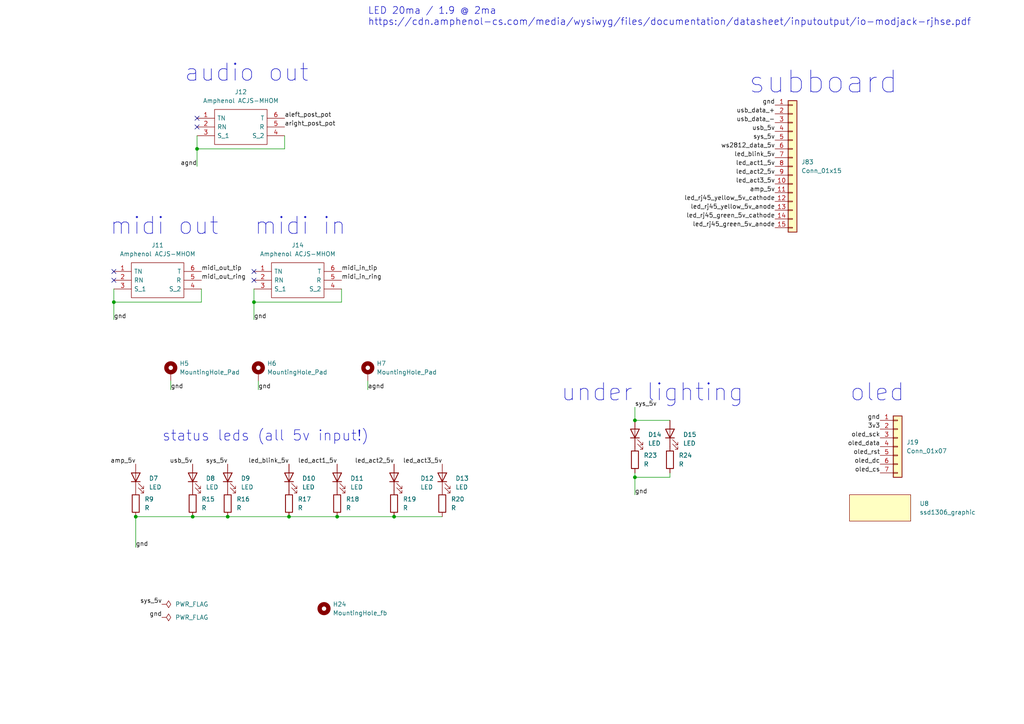
<source format=kicad_sch>
(kicad_sch (version 20211123) (generator eeschema)
  (paper "A4")
  (lib_symbols
    (symbol "Connector:USB_A" (pin_names (offset 1.016))
      (property "Reference" "J" (at -5.08 11.43 0))
      (property "Value" "USB_A" (at -5.08 8.89 0))
      (symbol "USB_A_0_1"
        (rectangle (start -5.08 -7.62) (end 5.08 7.62) (stroke (width 0.254)) (fill (type background)))
        (circle (center -3.81 2.159) (radius 0.635) (stroke (width 0.254)) (fill (type outline)))
        (rectangle (start -1.524 4.826) (end -4.318 5.334) (fill (type outline)))
        (rectangle (start -1.27 4.572) (end -4.572 5.842))
        (circle (center -0.635 3.429) (radius 0.381) (stroke (width 0.254)) (fill (type outline)))
        (rectangle (start -0.127 -7.62) (end 0.127 -6.858))
        (polyline (pts (xy -3.175 2.159) (xy -2.54 2.159) (xy -1.27 3.429) (xy -0.635 3.429)) (stroke (width 0.254)))
        (polyline (pts (xy -2.54 2.159) (xy -1.905 2.159) (xy -1.27 0.889) (xy 0 0.889)) (stroke (width 0.254)))
        (polyline (pts (xy 0.635 2.794) (xy 0.635 1.524) (xy 1.905 2.159) (xy 0.635 2.794)) (stroke (width 0.254)) (fill (type outline)))
        (rectangle (start 0.254 1.27) (end -0.508 0.508) (stroke (width 0.254)) (fill (type outline)))
        (rectangle (start 5.08 -2.667) (end 4.318 -2.413))
        (rectangle (start 5.08 -0.127) (end 4.318 0.127))
        (rectangle (start 5.08 4.953) (end 4.318 5.207))
      )
      (symbol "USB_A_1_1"
        (polyline (pts (xy -1.905 2.159) (xy 0.635 2.159)) (stroke (width 0.254)))
        (pin power_in line (at 7.62 5.08 180) (length 2.54) (name "VBUS") (number "1"))
        (pin bidirectional line (at 7.62 -2.54 180) (length 2.54) (name "D-") (number "2"))
        (pin bidirectional line (at 7.62 0 180) (length 2.54) (name "D+") (number "3"))
        (pin power_in line (at 0 -10.16 90) (length 2.54) (name "GND") (number "4"))
        (pin passive line (at -2.54 -10.16 90) (length 2.54) (name "Shield") (number "5"))
      )
    )
    (symbol "Connector_Generic:Conn_01x02" (pin_names (offset 1.016) hide)
      (property "Reference" "J" (at 0 2.54 0))
      (property "Value" "Conn_01x02" (at 0 -5.08 0))
      (symbol "Conn_01x02_1_1"
        (rectangle (start -1.27 -2.413) (end 0 -2.667) (stroke (width 0.1524)))
        (rectangle (start -1.27 0.127) (end 0 -0.127) (stroke (width 0.1524)))
        (rectangle (start -1.27 1.27) (end 1.27 -3.81) (stroke (width 0.254)) (fill (type background)))
        (pin passive line (at -5.08 0 0) (length 3.81) (name "Pin_1") (number "1"))
        (pin passive line (at -5.08 -2.54 0) (length 3.81) (name "Pin_2") (number "2"))
      )
    )
    (symbol "Connector_Generic:Conn_01x03" (pin_names (offset 1.016) hide)
      (property "Reference" "J" (at 0 5.08 0))
      (property "Value" "Conn_01x03" (at 0 -5.08 0))
      (symbol "Conn_01x03_1_1"
        (rectangle (start -1.27 -2.413) (end 0 -2.667) (stroke (width 0.1524)))
        (rectangle (start -1.27 0.127) (end 0 -0.127) (stroke (width 0.1524)))
        (rectangle (start -1.27 2.667) (end 0 2.413) (stroke (width 0.1524)))
        (rectangle (start -1.27 3.81) (end 1.27 -3.81) (stroke (width 0.254)) (fill (type background)))
        (pin passive line (at -5.08 2.54 0) (length 3.81) (name "Pin_1") (number "1"))
        (pin passive line (at -5.08 0 0) (length 3.81) (name "Pin_2") (number "2"))
        (pin passive line (at -5.08 -2.54 0) (length 3.81) (name "Pin_3") (number "3"))
      )
    )
    (symbol "Connector_Generic:Conn_01x04" (pin_names (offset 1.016) hide)
      (property "Reference" "J" (at 0 5.08 0))
      (property "Value" "Conn_01x04" (at 0 -7.62 0))
      (symbol "Conn_01x04_1_1"
        (rectangle (start -1.27 -4.953) (end 0 -5.207) (stroke (width 0.1524)))
        (rectangle (start -1.27 -2.413) (end 0 -2.667) (stroke (width 0.1524)))
        (rectangle (start -1.27 0.127) (end 0 -0.127) (stroke (width 0.1524)))
        (rectangle (start -1.27 2.667) (end 0 2.413) (stroke (width 0.1524)))
        (rectangle (start -1.27 3.81) (end 1.27 -6.35) (stroke (width 0.254)) (fill (type background)))
        (pin passive line (at -5.08 2.54 0) (length 3.81) (name "Pin_1") (number "1"))
        (pin passive line (at -5.08 0 0) (length 3.81) (name "Pin_2") (number "2"))
        (pin passive line (at -5.08 -2.54 0) (length 3.81) (name "Pin_3") (number "3"))
        (pin passive line (at -5.08 -5.08 0) (length 3.81) (name "Pin_4") (number "4"))
      )
    )
    (symbol "Connector_Generic:Conn_01x06" (pin_names (offset 1.016) hide)
      (property "Reference" "J" (at 0 7.62 0))
      (property "Value" "Conn_01x06" (at 0 -10.16 0))
      (symbol "Conn_01x06_1_1"
        (rectangle (start -1.27 -7.493) (end 0 -7.747) (stroke (width 0.1524)))
        (rectangle (start -1.27 -4.953) (end 0 -5.207) (stroke (width 0.1524)))
        (rectangle (start -1.27 -2.413) (end 0 -2.667) (stroke (width 0.1524)))
        (rectangle (start -1.27 0.127) (end 0 -0.127) (stroke (width 0.1524)))
        (rectangle (start -1.27 2.667) (end 0 2.413) (stroke (width 0.1524)))
        (rectangle (start -1.27 5.207) (end 0 4.953) (stroke (width 0.1524)))
        (rectangle (start -1.27 6.35) (end 1.27 -8.89) (stroke (width 0.254)) (fill (type background)))
        (pin passive line (at -5.08 5.08 0) (length 3.81) (name "Pin_1") (number "1"))
        (pin passive line (at -5.08 2.54 0) (length 3.81) (name "Pin_2") (number "2"))
        (pin passive line (at -5.08 0 0) (length 3.81) (name "Pin_3") (number "3"))
        (pin passive line (at -5.08 -2.54 0) (length 3.81) (name "Pin_4") (number "4"))
        (pin passive line (at -5.08 -5.08 0) (length 3.81) (name "Pin_5") (number "5"))
        (pin passive line (at -5.08 -7.62 0) (length 3.81) (name "Pin_6") (number "6"))
      )
    )
    (symbol "Connector_Generic:Conn_01x07" (pin_names (offset 1.016) hide)
      (property "Reference" "J" (at 0 10.16 0))
      (property "Value" "Conn_01x07" (at 0 -10.16 0))
      (symbol "Conn_01x07_1_1"
        (rectangle (start -1.27 -7.493) (end 0 -7.747) (stroke (width 0.1524)))
        (rectangle (start -1.27 -4.953) (end 0 -5.207) (stroke (width 0.1524)))
        (rectangle (start -1.27 -2.413) (end 0 -2.667) (stroke (width 0.1524)))
        (rectangle (start -1.27 0.127) (end 0 -0.127) (stroke (width 0.1524)))
        (rectangle (start -1.27 2.667) (end 0 2.413) (stroke (width 0.1524)))
        (rectangle (start -1.27 5.207) (end 0 4.953) (stroke (width 0.1524)))
        (rectangle (start -1.27 7.747) (end 0 7.493) (stroke (width 0.1524)))
        (rectangle (start -1.27 8.89) (end 1.27 -8.89) (stroke (width 0.254)) (fill (type background)))
        (pin passive line (at -5.08 7.62 0) (length 3.81) (name "Pin_1") (number "1"))
        (pin passive line (at -5.08 5.08 0) (length 3.81) (name "Pin_2") (number "2"))
        (pin passive line (at -5.08 2.54 0) (length 3.81) (name "Pin_3") (number "3"))
        (pin passive line (at -5.08 0 0) (length 3.81) (name "Pin_4") (number "4"))
        (pin passive line (at -5.08 -2.54 0) (length 3.81) (name "Pin_5") (number "5"))
        (pin passive line (at -5.08 -5.08 0) (length 3.81) (name "Pin_6") (number "6"))
        (pin passive line (at -5.08 -7.62 0) (length 3.81) (name "Pin_7") (number "7"))
      )
    )
    (symbol "Connector_Generic:Conn_01x08" (pin_names (offset 1.016) hide)
      (property "Reference" "J" (at 0 10.16 0))
      (property "Value" "Conn_01x08" (at 0 -12.7 0))
      (symbol "Conn_01x08_1_1"
        (rectangle (start -1.27 -10.033) (end 0 -10.287) (stroke (width 0.1524)))
        (rectangle (start -1.27 -7.493) (end 0 -7.747) (stroke (width 0.1524)))
        (rectangle (start -1.27 -4.953) (end 0 -5.207) (stroke (width 0.1524)))
        (rectangle (start -1.27 -2.413) (end 0 -2.667) (stroke (width 0.1524)))
        (rectangle (start -1.27 0.127) (end 0 -0.127) (stroke (width 0.1524)))
        (rectangle (start -1.27 2.667) (end 0 2.413) (stroke (width 0.1524)))
        (rectangle (start -1.27 5.207) (end 0 4.953) (stroke (width 0.1524)))
        (rectangle (start -1.27 7.747) (end 0 7.493) (stroke (width 0.1524)))
        (rectangle (start -1.27 8.89) (end 1.27 -11.43) (stroke (width 0.254)) (fill (type background)))
        (pin passive line (at -5.08 7.62 0) (length 3.81) (name "Pin_1") (number "1"))
        (pin passive line (at -5.08 5.08 0) (length 3.81) (name "Pin_2") (number "2"))
        (pin passive line (at -5.08 2.54 0) (length 3.81) (name "Pin_3") (number "3"))
        (pin passive line (at -5.08 0 0) (length 3.81) (name "Pin_4") (number "4"))
        (pin passive line (at -5.08 -2.54 0) (length 3.81) (name "Pin_5") (number "5"))
        (pin passive line (at -5.08 -5.08 0) (length 3.81) (name "Pin_6") (number "6"))
        (pin passive line (at -5.08 -7.62 0) (length 3.81) (name "Pin_7") (number "7"))
        (pin passive line (at -5.08 -10.16 0) (length 3.81) (name "Pin_8") (number "8"))
      )
    )
    (symbol "Connector_Generic:Conn_01x09" (pin_names (offset 1.016) hide)
      (property "Reference" "J" (at 0 12.7 0))
      (property "Value" "Conn_01x09" (at 0 -12.7 0))
      (symbol "Conn_01x09_1_1"
        (rectangle (start -1.27 -10.033) (end 0 -10.287) (stroke (width 0.1524)))
        (rectangle (start -1.27 -7.493) (end 0 -7.747) (stroke (width 0.1524)))
        (rectangle (start -1.27 -4.953) (end 0 -5.207) (stroke (width 0.1524)))
        (rectangle (start -1.27 -2.413) (end 0 -2.667) (stroke (width 0.1524)))
        (rectangle (start -1.27 0.127) (end 0 -0.127) (stroke (width 0.1524)))
        (rectangle (start -1.27 2.667) (end 0 2.413) (stroke (width 0.1524)))
        (rectangle (start -1.27 5.207) (end 0 4.953) (stroke (width 0.1524)))
        (rectangle (start -1.27 7.747) (end 0 7.493) (stroke (width 0.1524)))
        (rectangle (start -1.27 10.287) (end 0 10.033) (stroke (width 0.1524)))
        (rectangle (start -1.27 11.43) (end 1.27 -11.43) (stroke (width 0.254)) (fill (type background)))
        (pin passive line (at -5.08 10.16 0) (length 3.81) (name "Pin_1") (number "1"))
        (pin passive line (at -5.08 7.62 0) (length 3.81) (name "Pin_2") (number "2"))
        (pin passive line (at -5.08 5.08 0) (length 3.81) (name "Pin_3") (number "3"))
        (pin passive line (at -5.08 2.54 0) (length 3.81) (name "Pin_4") (number "4"))
        (pin passive line (at -5.08 0 0) (length 3.81) (name "Pin_5") (number "5"))
        (pin passive line (at -5.08 -2.54 0) (length 3.81) (name "Pin_6") (number "6"))
        (pin passive line (at -5.08 -5.08 0) (length 3.81) (name "Pin_7") (number "7"))
        (pin passive line (at -5.08 -7.62 0) (length 3.81) (name "Pin_8") (number "8"))
        (pin passive line (at -5.08 -10.16 0) (length 3.81) (name "Pin_9") (number "9"))
      )
    )
    (symbol "Connector_Generic:Conn_01x12" (pin_names (offset 1.016) hide)
      (property "Reference" "J" (at 0 15.24 0))
      (property "Value" "Conn_01x12" (at 0 -17.78 0))
      (symbol "Conn_01x12_1_1"
        (rectangle (start -1.27 -15.113) (end 0 -15.367) (stroke (width 0.1524)))
        (rectangle (start -1.27 -12.573) (end 0 -12.827) (stroke (width 0.1524)))
        (rectangle (start -1.27 -10.033) (end 0 -10.287) (stroke (width 0.1524)))
        (rectangle (start -1.27 -7.493) (end 0 -7.747) (stroke (width 0.1524)))
        (rectangle (start -1.27 -4.953) (end 0 -5.207) (stroke (width 0.1524)))
        (rectangle (start -1.27 -2.413) (end 0 -2.667) (stroke (width 0.1524)))
        (rectangle (start -1.27 0.127) (end 0 -0.127) (stroke (width 0.1524)))
        (rectangle (start -1.27 2.667) (end 0 2.413) (stroke (width 0.1524)))
        (rectangle (start -1.27 5.207) (end 0 4.953) (stroke (width 0.1524)))
        (rectangle (start -1.27 7.747) (end 0 7.493) (stroke (width 0.1524)))
        (rectangle (start -1.27 10.287) (end 0 10.033) (stroke (width 0.1524)))
        (rectangle (start -1.27 12.827) (end 0 12.573) (stroke (width 0.1524)))
        (rectangle (start -1.27 13.97) (end 1.27 -16.51) (stroke (width 0.254)) (fill (type background)))
        (pin passive line (at -5.08 12.7 0) (length 3.81) (name "Pin_1") (number "1"))
        (pin passive line (at -5.08 -10.16 0) (length 3.81) (name "Pin_10") (number "10"))
        (pin passive line (at -5.08 -12.7 0) (length 3.81) (name "Pin_11") (number "11"))
        (pin passive line (at -5.08 -15.24 0) (length 3.81) (name "Pin_12") (number "12"))
        (pin passive line (at -5.08 10.16 0) (length 3.81) (name "Pin_2") (number "2"))
        (pin passive line (at -5.08 7.62 0) (length 3.81) (name "Pin_3") (number "3"))
        (pin passive line (at -5.08 5.08 0) (length 3.81) (name "Pin_4") (number "4"))
        (pin passive line (at -5.08 2.54 0) (length 3.81) (name "Pin_5") (number "5"))
        (pin passive line (at -5.08 0 0) (length 3.81) (name "Pin_6") (number "6"))
        (pin passive line (at -5.08 -2.54 0) (length 3.81) (name "Pin_7") (number "7"))
        (pin passive line (at -5.08 -5.08 0) (length 3.81) (name "Pin_8") (number "8"))
        (pin passive line (at -5.08 -7.62 0) (length 3.81) (name "Pin_9") (number "9"))
      )
    )
    (symbol "Connector_Generic:Conn_01x15" (pin_names (offset 1.016) hide)
      (property "Reference" "J" (at 0 20.32 0))
      (property "Value" "Conn_01x15" (at 0 -20.32 0))
      (symbol "Conn_01x15_1_1"
        (rectangle (start -1.27 -17.653) (end 0 -17.907) (stroke (width 0.1524)))
        (rectangle (start -1.27 -15.113) (end 0 -15.367) (stroke (width 0.1524)))
        (rectangle (start -1.27 -12.573) (end 0 -12.827) (stroke (width 0.1524)))
        (rectangle (start -1.27 -10.033) (end 0 -10.287) (stroke (width 0.1524)))
        (rectangle (start -1.27 -7.493) (end 0 -7.747) (stroke (width 0.1524)))
        (rectangle (start -1.27 -4.953) (end 0 -5.207) (stroke (width 0.1524)))
        (rectangle (start -1.27 -2.413) (end 0 -2.667) (stroke (width 0.1524)))
        (rectangle (start -1.27 0.127) (end 0 -0.127) (stroke (width 0.1524)))
        (rectangle (start -1.27 2.667) (end 0 2.413) (stroke (width 0.1524)))
        (rectangle (start -1.27 5.207) (end 0 4.953) (stroke (width 0.1524)))
        (rectangle (start -1.27 7.747) (end 0 7.493) (stroke (width 0.1524)))
        (rectangle (start -1.27 10.287) (end 0 10.033) (stroke (width 0.1524)))
        (rectangle (start -1.27 12.827) (end 0 12.573) (stroke (width 0.1524)))
        (rectangle (start -1.27 15.367) (end 0 15.113) (stroke (width 0.1524)))
        (rectangle (start -1.27 17.907) (end 0 17.653) (stroke (width 0.1524)))
        (rectangle (start -1.27 19.05) (end 1.27 -19.05) (stroke (width 0.254)) (fill (type background)))
        (pin passive line (at -5.08 17.78 0) (length 3.81) (name "Pin_1") (number "1"))
        (pin passive line (at -5.08 -5.08 0) (length 3.81) (name "Pin_10") (number "10"))
        (pin passive line (at -5.08 -7.62 0) (length 3.81) (name "Pin_11") (number "11"))
        (pin passive line (at -5.08 -10.16 0) (length 3.81) (name "Pin_12") (number "12"))
        (pin passive line (at -5.08 -12.7 0) (length 3.81) (name "Pin_13") (number "13"))
        (pin passive line (at -5.08 -15.24 0) (length 3.81) (name "Pin_14") (number "14"))
        (pin passive line (at -5.08 -17.78 0) (length 3.81) (name "Pin_15") (number "15"))
        (pin passive line (at -5.08 15.24 0) (length 3.81) (name "Pin_2") (number "2"))
        (pin passive line (at -5.08 12.7 0) (length 3.81) (name "Pin_3") (number "3"))
        (pin passive line (at -5.08 10.16 0) (length 3.81) (name "Pin_4") (number "4"))
        (pin passive line (at -5.08 7.62 0) (length 3.81) (name "Pin_5") (number "5"))
        (pin passive line (at -5.08 5.08 0) (length 3.81) (name "Pin_6") (number "6"))
        (pin passive line (at -5.08 2.54 0) (length 3.81) (name "Pin_7") (number "7"))
        (pin passive line (at -5.08 0 0) (length 3.81) (name "Pin_8") (number "8"))
        (pin passive line (at -5.08 -2.54 0) (length 3.81) (name "Pin_9") (number "9"))
      )
    )
    (symbol "Device:C" (pin_numbers hide) (pin_names (offset 0.254))
      (property "Reference" "C" (at 0.635 2.54 0))
      (property "Value" "C" (at 0.635 -2.54 0))
      (symbol "C_0_1"
        (polyline (pts (xy -2.032 -0.762) (xy 2.032 -0.762)) (stroke (width 0.508)))
        (polyline (pts (xy -2.032 0.762) (xy 2.032 0.762)) (stroke (width 0.508)))
      )
      (symbol "C_1_1"
        (pin passive line (at 0 3.81 270) (length 2.794) (name "~") (number "1"))
        (pin passive line (at 0 -3.81 90) (length 2.794) (name "~") (number "2"))
      )
    )
    (symbol "Device:LED" (pin_numbers hide) (pin_names (offset 1.016) hide)
      (property "Reference" "D" (at 0 2.54 0))
      (property "Value" "LED" (at 0 -2.54 0))
      (symbol "LED_0_1"
        (polyline (pts (xy -1.27 -1.27) (xy -1.27 1.27)) (stroke (width 0.254)))
        (polyline (pts (xy -1.27 0) (xy 1.27 0)))
        (polyline (pts (xy 1.27 -1.27) (xy 1.27 1.27) (xy -1.27 0) (xy 1.27 -1.27)) (stroke (width 0.254)))
        (polyline (pts (xy -3.048 -0.762) (xy -4.572 -2.286) (xy -3.81 -2.286) (xy -4.572 -2.286) (xy -4.572 -1.524)))
        (polyline (pts (xy -1.778 -0.762) (xy -3.302 -2.286) (xy -2.54 -2.286) (xy -3.302 -2.286) (xy -3.302 -1.524)))
      )
      (symbol "LED_1_1"
        (pin passive line (at -3.81 0 0) (length 2.54) (name "K") (number "1"))
        (pin passive line (at 3.81 0 180) (length 2.54) (name "A") (number "2"))
      )
    )
    (symbol "Device:NetTie_2" (pin_numbers hide) (pin_names (offset 0) hide)
      (property "Reference" "NT" (at 0 1.27 0))
      (property "Value" "NetTie_2" (at 0 -1.27 0))
      (symbol "NetTie_2_0_1"
        (polyline (pts (xy -1.27 0) (xy 1.27 0)) (stroke (width 0.254)))
      )
      (symbol "NetTie_2_1_1"
        (pin passive line (at -2.54 0 0) (length 2.54) (name "1") (number "1"))
        (pin passive line (at 2.54 0 180) (length 2.54) (name "2") (number "2"))
      )
    )
    (symbol "Device:R" (pin_numbers hide) (pin_names (offset 0))
      (property "Reference" "R" (at 2.032 0 90))
      (property "Value" "R" (at 0 0 90))
      (symbol "R_0_1"
        (rectangle (start -1.016 -2.54) (end 1.016 2.54) (stroke (width 0.254)))
      )
      (symbol "R_1_1"
        (pin passive line (at 0 3.81 270) (length 1.27) (name "~") (number "1"))
        (pin passive line (at 0 -3.81 90) (length 1.27) (name "~") (number "2"))
      )
    )
    (symbol "Mechanical:MountingHole" (pin_names (offset 1.016))
      (property "Reference" "H" (at 0 5.08 0))
      (property "Value" "MountingHole" (at 0 3.175 0))
      (symbol "MountingHole_0_1"
        (circle (center 0 0) (radius 1.27) (stroke (width 1.27)))
      )
    )
    (symbol "Mechanical:MountingHole_Pad" (pin_numbers hide) (pin_names (offset 1.016) hide)
      (property "Reference" "H" (at 0 6.35 0))
      (property "Value" "MountingHole_Pad" (at 0 4.445 0))
      (symbol "MountingHole_Pad_0_1"
        (circle (center 0 1.27) (radius 1.27) (stroke (width 1.27)))
      )
      (symbol "MountingHole_Pad_1_1"
        (pin input line (at 0 -2.54 90) (length 2.54) (name "1") (number "1"))
      )
    )
    (symbol "clarinoid2:Amphenol ACJS-MHOM" (pin_names (offset 0.762))
      (property "Reference" "J" (at 21.59 7.62 0))
      (property "Value" "Amphenol ACJS-MHOM" (at 21.59 5.08 0))
      (symbol "Amphenol ACJS-MHOM_0_0"
        (pin passive line (at 0 0 0) (length 5.08) (name "TN") (number "1"))
        (pin passive line (at 0 -2.54 0) (length 5.08) (name "RN") (number "2"))
        (pin passive line (at 0 -5.08 0) (length 5.08) (name "S_1") (number "3"))
        (pin passive line (at 25.4 -5.08 180) (length 5.08) (name "S_2") (number "4"))
        (pin passive line (at 25.4 -2.54 180) (length 5.08) (name "R") (number "5"))
        (pin passive line (at 25.4 0 180) (length 5.08) (name "T") (number "6"))
      )
      (symbol "Amphenol ACJS-MHOM_0_1"
        (polyline (pts (xy 5.08 2.54) (xy 20.32 2.54) (xy 20.32 -7.62) (xy 5.08 -7.62) (xy 5.08 2.54)) (stroke (width 0.1524)))
      )
    )
    (symbol "clarinoid2:Placeholder" (in_bom no)
      (property "Reference" "U" (at 0 0 0))
      (property "Value" "Placeholder" (at 0 -1.27 0))
      (symbol "Placeholder_0_1"
        (rectangle (start -8.89 2.54) (end 8.89 -5.08) (fill (type background)))
      )
    )
    (symbol "power:PWR_FLAG" (power) (pin_numbers hide) (pin_names (offset 0) hide)
      (property "Value" "PWR_FLAG" (at 0 3.81 0))
      (symbol "PWR_FLAG_0_0"
        (pin power_out line (at 0 0 90) (length 0) (name "pwr") (number "1"))
      )
      (symbol "PWR_FLAG_0_1"
        (polyline (pts (xy 0 0) (xy 0 1.27) (xy -1.016 1.905) (xy 0 2.54) (xy 1.016 1.905) (xy 0 1.27)))
      )
    )
  )
  (junction (at 420.37 116.84))
  (junction (at 83.82 149.86))
  (junction (at 33.02 87.63))
  (junction (at 434.975 116.84))
  (junction (at 97.79 149.86))
  (junction (at 463.55 124.46))
  (junction (at 434.975 124.46))
  (junction (at 55.88 149.86))
  (junction (at 463.55 116.84))
  (junction (at 345.44 63.5))
  (junction (at 448.31 124.46))
  (junction (at 184.15 138.43))
  (junction (at 476.25 116.84))
  (junction (at 114.3 149.86))
  (junction (at 448.31 116.84))
  (junction (at 73.66 87.63))
  (junction (at 66.04 149.86))
  (junction (at 57.15 43.18))
  (junction (at 39.37 149.86))
  (junction (at 184.15 121.92))
  (no_connect (at 73.66 78.74))
  (no_connect (at 73.66 81.28))
  (no_connect (at 33.02 81.28))
  (no_connect (at 33.02 78.74))
  (no_connect (at 57.15 36.83))
  (no_connect (at 57.15 34.29))
  (wire (pts (xy 33.02 83.82) (xy 33.02 87.63)))
  (wire (pts (xy 114.3 149.86) (xy 128.27 149.86)))
  (wire (pts (xy 82.55 43.18) (xy 57.15 43.18)))
  (wire (pts (xy 184.15 143.51) (xy 184.15 138.43)))
  (wire (pts (xy 345.44 67.31) (xy 345.44 63.5)))
  (wire (pts (xy 184.15 138.43) (xy 184.15 137.16)))
  (wire (pts (xy 33.02 87.63) (xy 33.02 92.71)))
  (wire (pts (xy 97.79 149.86) (xy 114.3 149.86)))
  (wire (pts (xy 184.15 121.92) (xy 194.31 121.92)))
  (wire (pts (xy 448.31 124.46) (xy 463.55 124.46)))
  (wire (pts (xy 463.55 116.84) (xy 448.31 116.84)))
  (wire (pts (xy 99.06 83.82) (xy 99.06 87.63)))
  (wire (pts (xy 58.42 83.82) (xy 58.42 87.63)))
  (wire (pts (xy 434.975 124.46) (xy 448.31 124.46)))
  (wire (pts (xy 57.15 48.26) (xy 57.15 43.18)))
  (wire (pts (xy 74.93 113.03) (xy 74.93 110.49)))
  (wire (pts (xy 73.66 87.63) (xy 73.66 92.71)))
  (wire (pts (xy 412.75 116.84) (xy 420.37 116.84)))
  (wire (pts (xy 73.66 83.82) (xy 73.66 87.63)))
  (wire (pts (xy 57.15 43.18) (xy 57.15 39.37)))
  (wire (pts (xy 194.31 137.16) (xy 194.31 138.43)))
  (wire (pts (xy 39.37 149.86) (xy 55.88 149.86)))
  (wire (pts (xy 476.25 116.84) (xy 463.55 116.84)))
  (wire (pts (xy 83.82 149.86) (xy 97.79 149.86)))
  (wire (pts (xy 55.88 149.86) (xy 66.04 149.86)))
  (wire (pts (xy 184.15 118.11) (xy 184.15 121.92)))
  (wire (pts (xy 194.31 138.43) (xy 184.15 138.43)))
  (wire (pts (xy 39.37 158.75) (xy 39.37 149.86)))
  (wire (pts (xy 66.04 149.86) (xy 83.82 149.86)))
  (wire (pts (xy 82.55 39.37) (xy 82.55 43.18)))
  (wire (pts (xy 448.31 116.84) (xy 434.975 116.84)))
  (wire (pts (xy 463.55 124.46) (xy 476.25 124.46)))
  (wire (pts (xy 487.68 116.84) (xy 476.25 116.84)))
  (wire (pts (xy 49.53 113.03) (xy 49.53 110.49)))
  (wire (pts (xy 434.975 116.84) (xy 420.37 116.84)))
  (wire (pts (xy 99.06 87.63) (xy 73.66 87.63)))
  (wire (pts (xy 420.37 124.46) (xy 434.975 124.46)))
  (wire (pts (xy 106.68 113.03) (xy 106.68 110.49)))
  (wire (pts (xy 342.9 63.5) (xy 345.44 63.5)))
  (wire (pts (xy 58.42 87.63) (xy 33.02 87.63)))
  (text "audio out" (at 53.34 24.13 0) (effects (font (size 5 5)) (justify left bottom)))
  (text "USB-A host for\nkeyboard (internal)" (at 335.28 36.83 0) (effects (font (size 6.35 6.35)) (justify left bottom)))
  (text "led" (at 398.78 154.94 0) (effects (font (size 5 5)) (justify left bottom)))
  (text "MAIN BOTTOM\n\nadd test points" (at 5.08 -3.81 0) (effects (font (size 5 5) (thickness 1) bold) (justify left bottom)))
  (text "led+midi" (at -40.64 100.33 0) (effects (font (size 5 5)) (justify left bottom)))
  (text "audio" (at -33.02 186.69 0) (effects (font (size 5 5)) (justify left bottom)))
  (text "oled from top" (at -63.5 38.1 0) (effects (font (size 5 5)) (justify left bottom)))
  (text "status leds (all 5v input!)" (at 46.99 128.27 0) (effects (font (size 3 3)) (justify left bottom)))
  (text "to top" (at -48.26 25.4 0) (effects (font (size 5 5) (thickness 1) bold) (justify left bottom)))
  (text "to batt" (at 347.98 102.87 0) (effects (font (size 5 5)) (justify left bottom)))
  (text "pwr+usb" (at -49.53 67.31 0) (effects (font (size 5 5)) (justify left bottom)))
  (text "midi out" (at 31.75 68.58 0) (effects (font (size 5 5)) (justify left bottom)))
  (text "potentiometer header + power" (at 411.48 76.2 0) (effects (font (size 5 5)) (justify left bottom)))
  (text "midi in" (at 73.66 68.58 0) (effects (font (size 5 5)) (justify left bottom)))
  (text "wire" (at 330.2 149.86 0) (effects (font (size 5 5)) (justify left bottom)))
  (text "under lighting" (at 162.56 116.84 0) (effects (font (size 5 5)) (justify left bottom)))
  (text "oled" (at 246.38 116.84 0) (effects (font (size 5 5)) (justify left bottom)))
  (text "buttons" (at -39.37 143.51 0) (effects (font (size 5 5)) (justify left bottom)))
  (text "LED 20ma / 1.9 @ 2ma\nhttps://cdn.amphenol-cs.com/media/wysiwyg/files/documentation/datasheet/inputoutput/io-modjack-rjhse.pdf\n" (at 106.68 7.62 0) (effects (font (size 2 2)) (justify left bottom)))
  (text "subboard" (at 216.916 27.686 0) (effects (font (size 6.35 6.35)) (justify left bottom)))
  (label "midi_out_tip" (at -30.48 132.08 180))
  (label "btn_x5" (at 342.9 184.15 180))
  (label "midi_in_ring" (at 99.06 81.28 0))
  (label "usb_host_+" (at -34.29 90.17 180))
  (label "led_blink_5v" (at 400.05 187.96 180))
  (label "led_rj45_green_5v_anode" (at 224.79 66.04 180))
  (label "led_rj45_yellow_5v_anode" (at -30.48 116.84 180))
  (label "led_blink_5v" (at -30.48 106.68 180))
  (label "oled_data" (at 255.27 129.54 180))
  (label "ws2812_data_5v" (at -30.48 121.92 180))
  (label "pot_sw1" (at 433.07 106.68 180))
  (label "usb_5v" (at 55.88 134.62 180))
  (label "btn_x7" (at 316.23 161.29 180))
  (label "gnd" (at 73.66 92.71 0))
  (label "oled_dc" (at -35.56 53.34 180))
  (label "gnd" (at 316.23 158.75 180))
  (label "pot_sw2" (at 447.04 97.79 180))
  (label "led_act2_5v" (at 224.79 50.8 180))
  (label "3v3" (at -35.56 43.18 180))
  (label "btn_x1" (at 342.9 161.29 180))
  (label "3v3" (at -34.29 80.01 180))
  (label "usb_host_-" (at -34.29 92.71 180))
  (label "sys_5v" (at 46.99 175.26 180))
  (label "usb_5v" (at 401.32 170.18 180))
  (label "enc_a" (at 342.9 198.12 180))
  (label "gnd" (at 342.9 181.61 180))
  (label "gnd" (at -34.29 72.39 180))
  (label "usb_host_-" (at 353.06 55.88 0))
  (label "oled_sck" (at -35.56 45.72 180))
  (label "led_rj45_yellow_5v_anode" (at 224.79 60.96 180))
  (label "gnd" (at -29.21 147.32 180))
  (label "led_blink_5v" (at 224.79 45.72 180))
  (label "oled_sck" (at 255.27 127 180))
  (label "gnd" (at 46.99 179.07 180))
  (label "gnd" (at 401.32 196.85 180))
  (label "usb_5v" (at 224.79 38.1 180))
  (label "prg" (at -34.29 74.93 180))
  (label "sys_5v" (at -34.29 77.47 180))
  (label "enc_btn" (at 342.9 195.58 180))
  (label "led_act2_5v" (at 114.3 134.62 180))
  (label "aright_post_pot" (at 82.55 36.83 0))
  (label "amp_5v" (at 224.79 55.88 180))
  (label "agnd" (at 106.68 113.03 0))
  (label "usb_data_+" (at 224.79 33.02 180))
  (label "aleft_post_pot" (at 447.04 82.55 180))
  (label "sys_5v" (at 492.76 116.84 0))
  (label "led_act3_5v" (at -30.48 114.3 180))
  (label "amp_5v" (at 401.32 165.1 180))
  (label "gnd" (at 39.37 158.75 0))
  (label "gnd" (at 224.79 30.48 180))
  (label "led_act3_5v" (at 224.79 53.34 180))
  (label "usb_data_-" (at -34.29 85.09 180))
  (label "agnd" (at -30.48 190.5 180))
  (label "sys_5v" (at 353.06 48.26 0))
  (label "pot_sw2" (at 412.75 116.84 180))
  (label "3v3" (at 255.27 124.46 180))
  (label "btn_x4" (at -29.21 157.48 180))
  (label "usb_data_+" (at -34.29 82.55 180))
  (label "gnd" (at 49.53 113.03 0))
  (label "midi_out_tip" (at 58.42 78.74 0))
  (label "gnd" (at 316.23 171.45 180))
  (label "btn_x2" (at -29.21 152.4 180))
  (label "btn_x8" (at 316.23 166.37 180))
  (label "chargeoutp_5v" (at 438.15 106.68 0))
  (label "usb_5v" (at 339.09 110.49 180))
  (label "btn_x8" (at -29.21 167.64 180))
  (label "midi_in_tip" (at -30.48 127 180))
  (label "btn_x4" (at 342.9 177.8 180))
  (label "led_act2_5v" (at 401.32 199.39 180))
  (label "gnd" (at 184.15 143.51 0))
  (label "sys_5v" (at 224.79 40.64 180))
  (label "aright_pre_pot" (at 447.04 92.71 180))
  (label "agnd" (at 57.15 48.26 180))
  (label "gnd" (at 342.9 175.26 180))
  (label "btn_x3" (at -29.21 154.94 180))
  (label "sys_5v" (at 339.09 113.03 180))
  (label "chargeoutp_5v" (at 339.09 115.57 180))
  (label "gnd" (at 400.05 185.42 180))
  (label "btn_x3" (at 342.9 172.72 180))
  (label "aleft_pre_pot" (at 447.04 85.09 180))
  (label "oled_rst" (at -35.56 50.8 180))
  (label "gnd" (at 342.9 163.83 180))
  (label "gnd" (at 342.9 170.18 180))
  (label "sys_5v" (at 66.04 134.62 180))
  (label "aleft_pre_pot" (at -30.48 193.04 180))
  (label "led_rj45_yellow_5v_cathode" (at 224.79 58.42 180))
  (label "enc_btn" (at -29.21 170.18 180))
  (label "gnd" (at 339.09 107.95 180))
  (label "oled_data" (at -35.56 48.26 180))
  (label "led_rj45_green_5v_cathode" (at 224.79 63.5 180))
  (label "usb_data_-" (at 224.79 35.56 180))
  (label "gnd" (at 342.9 193.04 180))
  (label "ws2812_data_5v" (at 224.79 43.18 180))
  (label "sys_5v" (at 184.15 118.11 0))
  (label "btn_x6" (at 342.9 189.23 180))
  (label "btn_x1" (at -29.21 149.86 180))
  (label "gnd" (at 74.93 113.03 0))
  (label "midi_out_ring" (at -30.48 129.54 180))
  (label "led_act1_5v" (at 401.32 194.31 180))
  (label "enc_b" (at 342.9 200.66 180))
  (label "led_rj45_green_5v_anode" (at -30.48 119.38 180))
  (label "led_act3_5v" (at 401.32 204.47 180))
  (label "gnd" (at 342.9 186.69 180))
  (label "gnd" (at 255.27 121.92 180))
  (label "oled_cs" (at -35.56 55.88 180))
  (label "btn_x6" (at -29.21 162.56 180))
  (label "oled_dc" (at 255.27 134.62 180))
  (label "gnd" (at 342.9 158.75 180))
  (label "gnd" (at 345.44 67.31 0))
  (label "enc_a" (at -29.21 172.72 180))
  (label "pot_sw1" (at 447.04 95.25 180))
  (label "gnd" (at 316.23 163.83 180))
  (label "sys_5v" (at 401.32 175.26 180))
  (label "led_act1_5v" (at 224.79 48.26 180))
  (label "aright_post_pot" (at 447.04 90.17 180))
  (label "led_act1_5v" (at -30.48 109.22 180))
  (label "btn_x7" (at -29.21 165.1 180))
  (label "midi_out_ring" (at 58.42 81.28 0))
  (label "enc_b" (at -29.21 175.26 180))
  (label "led_act1_5v" (at 97.79 134.62 180))
  (label "amp_5v" (at 39.37 134.62 180))
  (label "gnd" (at 420.37 124.46 270))
  (label "agnd" (at 447.04 87.63 180))
  (label "prg" (at 316.23 173.99 180))
  (label "btn_x2" (at 342.9 166.37 180))
  (label "gnd" (at 401.32 172.72 180))
  (label "led_act2_5v" (at -30.48 111.76 180))
  (label "gnd" (at 401.32 167.64 180))
  (label "midi_in_ring" (at -30.48 124.46 180))
  (label "oled_cs" (at 255.27 137.16 180))
  (label "gnd" (at 401.32 191.77 180))
  (label "oled_rst" (at 255.27 132.08 180))
  (label "gnd" (at -35.56 40.64 180))
  (label "aleft_post_pot" (at 82.55 34.29 0))
  (label "led_act3_5v" (at 128.27 134.62 180))
  (label "aright_pre_pot" (at -30.48 195.58 180))
  (label "gnd" (at -30.48 104.14 180))
  (label "midi_in_tip" (at 99.06 78.74 0))
  (label "gnd" (at 33.02 92.71 0))
  (label "gnd" (at 401.32 162.56 180))
  (label "gnd" (at 401.32 201.93 180))
  (label "usb_host_+" (at 353.06 53.34 0))
  (label "btn_x5" (at -29.21 160.02 180))
  (label "usb_5v" (at -34.29 87.63 180))
  (label "led_blink_5v" (at 83.82 134.62 180))
  (label "agnd" (at 447.04 80.01 180))
  (symbol (lib_id "Device:R") (at 128.27 146.05 0) (unit 1) (in_bom no)
    (property "Reference" "R20" (at 130.81 144.7799 0) (effects (justify left)))
    (property "Value" "R" (at 130.81 147.3199 0) (effects (justify left)))
    (property "Footprint" "Resistor_THT:R_Axial_DIN0207_L6.3mm_D2.5mm_P10.16mm_Horizontal" (effects hide))
  )
  (symbol (lib_id "Device:C") (at 434.975 120.65 0) (unit 1)
    (property "Reference" "C22" (at 440.055 119.3799 0) (effects (justify left)))
    (property "Value" "22uF" (at 440.055 121.9199 0) (effects (justify left)))
    (property "Footprint" "Capacitor_SMD:C_1206_3216Metric" (effects hide))
    (property "verif" "1" (effects hide))
  )
  (symbol (lib_id "Device:LED") (at 97.79 138.43 90) (unit 1) (in_bom no)
    (property "Reference" "D11" (at 101.6 138.7474 90) (effects (justify right)))
    (property "Value" "LED" (at 101.6 141.2874 90) (effects (justify right)))
    (property "Footprint" "clarinoid2:LED_D5.0mm_withbottomtext" (effects hide))
  )
  (symbol (lib_id "Connector_Generic:Conn_01x07") (at -30.48 48.26 0) (unit 1)
    (property "Reference" "J10" (at -27.94 46.9899 0) (effects (justify left)))
    (property "Value" "Conn_01x07" (at -27.94 49.5299 0) (effects (justify left)))
    (property "Footprint" "Connector_PinSocket_2.54mm:PinSocket_1x07_P2.54mm_Vertical" (effects hide))
  )
  (symbol (lib_id "Connector_Generic:Conn_01x04") (at 321.31 161.29 0) (unit 1)
    (property "Reference" "J7" (at 323.85 161.2899 0) (effects (justify left)))
    (property "Value" "Conn_01x04" (at 323.85 163.8299 0) (effects (justify left)))
    (property "Footprint" "Connector_JST:JST_PH_B4B-PH-K_1x04_P2.00mm_Vertical" (effects hide))
  )
  (symbol (lib_id "Device:C") (at 476.25 120.65 0) (unit 1)
    (property "Reference" "C25" (at 480.695 119.3799 0) (effects (justify left)))
    (property "Value" "0.1uF" (at 480.695 121.9199 0) (effects (justify left)))
    (property "Footprint" "Capacitor_SMD:C_0805_2012Metric" (effects hide))
    (property "LCSC part number" "C49678" (effects hide))
    (property "verif" "1" (effects hide))
    (property "LCSC" "C49678" (effects hide))
  )
  (symbol (lib_id "clarinoid2:Amphenol ACJS-MHOM") (at 73.66 78.74 0) (unit 1) (in_bom no)
    (property "Reference" "J14" (at 86.36 71.12 0))
    (property "Value" "Amphenol ACJS-MHOM" (at 86.36 73.66 0))
    (property "Footprint" "SamacSys_Parts:ACJSMHOM" (effects hide))
    (property "Datasheet" "https://www.amphenol-sine.com/pdf/datasheet/ACJS-MHOM.pdf" (effects hide))
    (property "Description" "Phone Connectors 1/4\"HOR Snap-fit CHASSIS CONN" (effects hide))
    (property "Height" "12.7" (effects hide))
    (property "Mouser Part Number" "523-ACJS-MHOM" (effects hide))
    (property "Mouser Price/Stock" "https://www.mouser.co.uk/ProductDetail/Amphenol-Audio/ACJS-MHOM?qs=t8VhaDIDl4vZ9ROsgrVY0w%3D%3D" (effects hide))
    (property "Manufacturer_Name" "Amphenol" (effects hide))
    (property "Manufacturer_Part_Number" "ACJS-MHOM" (effects hide))
  )
  (symbol (lib_id "power:PWR_FLAG") (at 46.99 175.26 270) (unit 1)
    (property "Reference" "#FLG0107" (effects hide))
    (property "Value" "PWR_FLAG" (at 50.8 175.2599 90) (effects (justify left)))
  )
  (symbol (lib_id "Device:R") (at 194.31 133.35 0) (unit 1) (in_bom no)
    (property "Reference" "R24" (at 196.85 132.0799 0) (effects (justify left)))
    (property "Value" "R" (at 196.85 134.6199 0) (effects (justify left)))
    (property "Footprint" "Resistor_THT:R_Axial_DIN0207_L6.3mm_D2.5mm_P10.16mm_Horizontal" (effects hide))
  )
  (symbol (lib_id "Device:LED") (at 128.27 138.43 90) (unit 1) (in_bom no)
    (property "Reference" "D13" (at 132.08 138.7474 90) (effects (justify right)))
    (property "Value" "LED" (at 132.08 141.2874 90) (effects (justify right)))
    (property "Footprint" "clarinoid2:LED_D5.0mm_withbottomtext" (effects hide))
  )
  (symbol (lib_id "Connector_Generic:Conn_01x04") (at 347.98 184.15 0) (unit 1)
    (property "Reference" "J51" (at 350.52 184.1499 0) (effects (justify left)))
    (property "Value" "Conn_01x04" (at 350.52 186.6899 0) (effects (justify left)))
    (property "Footprint" "Connector_JST:JST_PH_B4B-PH-K_1x04_P2.00mm_Vertical" (effects hide))
  )
  (symbol (lib_id "Connector_Generic:Conn_01x06") (at 406.4 196.85 0) (unit 1)
    (property "Reference" "J57" (at 408.94 196.8499 0) (effects (justify left)))
    (property "Value" "Conn_01x06" (at 408.94 199.3899 0) (effects (justify left)))
    (property "Footprint" "Connector_JST:JST_PH_B6B-PH-K_1x06_P2.00mm_Vertical" (effects hide))
  )
  (symbol (lib_id "Device:LED") (at 55.88 138.43 90) (unit 1) (in_bom no)
    (property "Reference" "D8" (at 59.69 138.7474 90) (effects (justify right)))
    (property "Value" "LED" (at 59.69 141.2874 90) (effects (justify right)))
    (property "Footprint" "clarinoid2:LED_D5.0mm_withbottomtext" (effects hide))
  )
  (symbol (lib_id "Connector_Generic:Conn_01x07") (at 260.35 129.54 0) (unit 1)
    (property "Reference" "J19" (at 262.89 128.2699 0) (effects (justify left)))
    (property "Value" "Conn_01x07" (at 262.89 130.8099 0) (effects (justify left)))
    (property "Footprint" "Connector_PinSocket_2.54mm:PinSocket_1x07_P2.54mm_Vertical" (effects hide))
  )
  (symbol (lib_id "Device:R") (at 97.79 146.05 0) (unit 1) (in_bom no)
    (property "Reference" "R18" (at 100.33 144.7799 0) (effects (justify left)))
    (property "Value" "R" (at 100.33 147.3199 0) (effects (justify left)))
    (property "Footprint" "Resistor_THT:R_Axial_DIN0207_L6.3mm_D2.5mm_P10.16mm_Horizontal" (effects hide))
  )
  (symbol (lib_id "Device:C") (at 448.31 120.65 0) (unit 1)
    (property "Reference" "C23" (at 453.39 119.3799 0) (effects (justify left)))
    (property "Value" "22uF" (at 453.39 121.9199 0) (effects (justify left)))
    (property "Footprint" "Capacitor_SMD:C_1206_3216Metric" (effects hide))
    (property "verif" "1" (effects hide))
  )
  (symbol (lib_id "power:PWR_FLAG") (at 46.99 179.07 270) (unit 1)
    (property "Reference" "#FLG0110" (effects hide))
    (property "Value" "PWR_FLAG" (at 50.8 179.0699 90) (effects (justify left)))
  )
  (symbol (lib_id "Connector_Generic:Conn_01x03") (at -25.4 193.04 0) (unit 1)
    (property "Reference" "J18" (at -22.86 191.7699 0) (effects (justify left)))
    (property "Value" "Conn_01x03" (at -22.86 194.3099 0) (effects (justify left)))
    (property "Footprint" "Connector_PinSocket_2.54mm:PinSocket_1x03_P2.54mm_Vertical" (effects hide))
  )
  (symbol (lib_id "Device:LED") (at 114.3 138.43 90) (unit 1) (in_bom no)
    (property "Reference" "D12" (at 121.92 138.7474 90) (effects (justify right)))
    (property "Value" "LED" (at 121.92 141.2874 90) (effects (justify right)))
    (property "Footprint" "clarinoid2:LED_D5.0mm_withbottomtext" (effects hide))
  )
  (symbol (lib_id "clarinoid2:Amphenol ACJS-MHOM") (at 33.02 78.74 0) (unit 1) (in_bom no)
    (property "Reference" "J11" (at 45.72 71.12 0))
    (property "Value" "Amphenol ACJS-MHOM" (at 45.72 73.66 0))
    (property "Footprint" "SamacSys_Parts:ACJSMHOM" (effects hide))
    (property "Datasheet" "https://www.amphenol-sine.com/pdf/datasheet/ACJS-MHOM.pdf" (effects hide))
    (property "Description" "Phone Connectors 1/4\"HOR Snap-fit CHASSIS CONN" (effects hide))
    (property "Height" "12.7" (effects hide))
    (property "Mouser Part Number" "523-ACJS-MHOM" (effects hide))
    (property "Mouser Price/Stock" "https://www.mouser.co.uk/ProductDetail/Amphenol-Audio/ACJS-MHOM?qs=t8VhaDIDl4vZ9ROsgrVY0w%3D%3D" (effects hide))
    (property "Manufacturer_Name" "Amphenol" (effects hide))
    (property "Manufacturer_Part_Number" "ACJS-MHOM" (effects hide))
  )
  (symbol (lib_id "Connector_Generic:Conn_01x12") (at -24.13 160.02 0) (unit 1)
    (property "Reference" "J16" (at -21.59 160.0199 0) (effects (justify left)))
    (property "Value" "Conn_01x12" (at -21.59 162.5599 0) (effects (justify left)))
    (property "Footprint" "Connector_PinSocket_2.54mm:PinSocket_1x12_P2.54mm_Vertical" (effects hide))
  )
  (symbol (lib_id "Device:LED") (at 83.82 138.43 90) (unit 1) (in_bom no)
    (property "Reference" "D10" (at 87.63 138.7474 90) (effects (justify right)))
    (property "Value" "LED" (at 87.63 141.2874 90) (effects (justify right)))
    (property "Footprint" "clarinoid2:LED_D5.0mm_withbottomtext" (effects hide))
  )
  (symbol (lib_id "Connector_Generic:Conn_01x04") (at 347.98 161.29 0) (unit 1)
    (property "Reference" "J49" (at 350.52 161.2899 0) (effects (justify left)))
    (property "Value" "Conn_01x04" (at 350.52 163.8299 0) (effects (justify left)))
    (property "Footprint" "Connector_JST:JST_PH_B4B-PH-K_1x04_P2.00mm_Vertical" (effects hide))
  )
  (symbol (lib_id "Device:NetTie_2") (at 490.22 116.84 0) (unit 1)
    (property "Reference" "NT5" (at 490.22 111.76 0))
    (property "Value" "NetTie_2" (at 490.22 114.3 0))
    (property "Footprint" "clarinoid2:NetTie-2_SMD_Pad1.0mm" (effects hide))
  )
  (symbol (lib_id "clarinoid2:Amphenol ACJS-MHOM") (at 57.15 34.29 0) (unit 1) (in_bom no)
    (property "Reference" "J12" (at 69.85 26.67 0))
    (property "Value" "Amphenol ACJS-MHOM" (at 69.85 29.21 0))
    (property "Footprint" "SamacSys_Parts:ACJSMHOM" (effects hide))
    (property "Datasheet" "https://www.amphenol-sine.com/pdf/datasheet/ACJS-MHOM.pdf" (effects hide))
    (property "Description" "Phone Connectors 1/4\"HOR Snap-fit CHASSIS CONN" (effects hide))
    (property "Height" "12.7" (effects hide))
    (property "Mouser Part Number" "523-ACJS-MHOM" (effects hide))
    (property "Mouser Price/Stock" "https://www.mouser.co.uk/ProductDetail/Amphenol-Audio/ACJS-MHOM?qs=t8VhaDIDl4vZ9ROsgrVY0w%3D%3D" (effects hide))
    (property "Manufacturer_Name" "Amphenol" (effects hide))
    (property "Manufacturer_Part_Number" "ACJS-MHOM" (effects hide))
  )
  (symbol (lib_id "Connector_Generic:Conn_01x09") (at -29.21 82.55 0) (unit 1)
    (property "Reference" "J13" (at -25.4 81.2799 0) (effects (justify left)))
    (property "Value" "Conn_01x09" (at -25.4 83.8199 0) (effects (justify left)))
    (property "Footprint" "Connector_PinSocket_2.54mm:PinSocket_1x09_P2.54mm_Vertical" (effects hide))
  )
  (symbol (lib_id "Connector_Generic:Conn_01x06") (at 406.4 167.64 0) (unit 1)
    (property "Reference" "J22" (at 408.94 167.6399 0) (effects (justify left)))
    (property "Value" "Conn_01x06" (at 408.94 170.1799 0) (effects (justify left)))
    (property "Footprint" "Connector_JST:JST_PH_B6B-PH-K_1x06_P2.00mm_Vertical" (effects hide))
  )
  (symbol (lib_id "Connector_Generic:Conn_01x04") (at 347.98 172.72 0) (unit 1)
    (property "Reference" "J50" (at 350.52 172.7199 0) (effects (justify left)))
    (property "Value" "Conn_01x04" (at 350.52 175.2599 0) (effects (justify left)))
    (property "Footprint" "Connector_JST:JST_PH_B4B-PH-K_1x04_P2.00mm_Vertical" (effects hide))
  )
  (symbol (lib_id "Connector_Generic:Conn_01x04") (at 344.17 110.49 0) (unit 1)
    (property "Reference" "J8" (at 346.71 109.2199 0) (effects (justify left)))
    (property "Value" "Conn_01x04" (at 346.71 111.7599 0) (effects (justify left)))
    (property "Footprint" "Connector_JST:JST_PH_B4B-PH-K_1x04_P2.00mm_Vertical" (effects hide))
  )
  (symbol (lib_id "Connector:USB_A") (at 345.44 53.34 0) (unit 1)
    (property "Reference" "J32" (at 345.44 40.64 0))
    (property "Value" "USB_A" (at 345.44 43.18 0))
    (property "Footprint" "Connector_JST:JST_PH_B5B-PH-K_1x05_P2.00mm_Vertical" (effects hide))
    (property "Datasheet" " ~" (effects hide))
  )
  (symbol (lib_id "Device:C") (at 420.37 120.65 0) (unit 1)
    (property "Reference" "C21" (at 425.45 119.3799 0) (effects (justify left)))
    (property "Value" "22uF" (at 425.45 121.9199 0) (effects (justify left)))
    (property "Footprint" "Capacitor_SMD:C_1206_3216Metric" (effects hide))
    (property "verif" "1" (effects hide))
  )
  (symbol (lib_id "Device:R") (at 114.3 146.05 0) (unit 1) (in_bom no)
    (property "Reference" "R19" (at 116.84 144.7799 0) (effects (justify left)))
    (property "Value" "R" (at 116.84 147.3199 0) (effects (justify left)))
    (property "Footprint" "Resistor_THT:R_Axial_DIN0207_L6.3mm_D2.5mm_P10.16mm_Horizontal" (effects hide))
  )
  (symbol (lib_id "Mechanical:MountingHole") (at 93.98 176.53 0) (unit 1)
    (property "Reference" "H24" (at 96.52 175.2599 0) (effects (justify left)))
    (property "Value" "MountingHole_fb" (at 96.52 177.7999 0) (effects (justify left)))
    (property "Footprint" "MountingHole:MountingHole_5.3mm_M5" (effects hide))
  )
  (symbol (lib_id "Device:R") (at 55.88 146.05 0) (unit 1) (in_bom no)
    (property "Reference" "R15" (at 58.42 144.7799 0) (effects (justify left)))
    (property "Value" "R" (at 58.42 147.3199 0) (effects (justify left)))
    (property "Footprint" "Resistor_THT:R_Axial_DIN0207_L6.3mm_D2.5mm_P10.16mm_Horizontal" (effects hide))
  )
  (symbol (lib_id "Device:LED") (at 184.15 125.73 90) (unit 1) (in_bom no)
    (property "Reference" "D14" (at 187.96 126.0474 90) (effects (justify right)))
    (property "Value" "LED" (at 187.96 128.5874 90) (effects (justify right)))
    (property "Footprint" "clarinoid2:LED_D5.0mm_withbottomtext" (effects hide))
  )
  (symbol (lib_id "Connector_Generic:Conn_01x02") (at 321.31 171.45 0) (unit 1)
    (property "Reference" "J9" (at 323.85 171.4499 0) (effects (justify left)))
    (property "Value" "Conn_01x02" (at 323.85 173.9899 0) (effects (justify left)))
    (property "Footprint" "Connector_JST:JST_PH_B2B-PH-K_1x02_P2.00mm_Vertical" (effects hide))
  )
  (symbol (lib_id "Mechanical:MountingHole_Pad") (at 106.68 107.95 0) (unit 1) (in_bom no)
    (property "Reference" "H7" (at 109.22 105.4099 0) (effects (justify left)))
    (property "Value" "MountingHole_Pad" (at 109.22 107.9499 0) (effects (justify left)))
    (property "Footprint" "MountingHole:MountingHole_3.2mm_M3_Pad_Via" (effects hide))
  )
  (symbol (lib_id "Mechanical:MountingHole_Pad") (at 74.93 107.95 0) (unit 1) (in_bom no)
    (property "Reference" "H6" (at 77.47 105.4099 0) (effects (justify left)))
    (property "Value" "MountingHole_Pad" (at 77.47 107.9499 0) (effects (justify left)))
    (property "Footprint" "MountingHole:MountingHole_3.2mm_M3_Pad_Via" (effects hide))
  )
  (symbol (lib_id "Connector_Generic:Conn_01x12") (at -25.4 116.84 0) (unit 1)
    (property "Reference" "J15" (at -22.86 115.5699 0) (effects (justify left)))
    (property "Value" "Conn_01x12" (at -22.86 118.1099 0) (effects (justify left)))
    (property "Footprint" "Connector_PinSocket_2.54mm:PinSocket_1x12_P2.54mm_Vertical" (effects hide))
  )
  (symbol (lib_id "Device:R") (at 66.04 146.05 0) (unit 1) (in_bom no)
    (property "Reference" "R16" (at 68.58 144.7799 0) (effects (justify left)))
    (property "Value" "R" (at 68.58 147.3199 0) (effects (justify left)))
    (property "Footprint" "Resistor_THT:R_Axial_DIN0207_L6.3mm_D2.5mm_P10.16mm_Horizontal" (effects hide))
  )
  (symbol (lib_id "Device:R") (at 39.37 146.05 0) (unit 1) (in_bom no)
    (property "Reference" "R9" (at 41.91 144.7799 0) (effects (justify left)))
    (property "Value" "R" (at 41.91 147.3199 0) (effects (justify left)))
    (property "Footprint" "Resistor_THT:R_Axial_DIN0207_L6.3mm_D2.5mm_P10.16mm_Horizontal" (effects hide))
  )
  (symbol (lib_id "Connector_Generic:Conn_01x15") (at 229.87 48.26 0) (unit 1)
    (property "Reference" "J83" (at 232.41 46.9899 0) (effects (justify left)))
    (property "Value" "Conn_01x15" (at 232.41 49.5299 0) (effects (justify left)))
    (property "Footprint" "bommanoid:bommanoid-mainbottom subboard smd" (effects hide))
  )
  (symbol (lib_id "Device:R") (at 184.15 133.35 0) (unit 1) (in_bom no)
    (property "Reference" "R23" (at 186.69 132.0799 0) (effects (justify left)))
    (property "Value" "R" (at 186.69 134.6199 0) (effects (justify left)))
    (property "Footprint" "Resistor_THT:R_Axial_DIN0207_L6.3mm_D2.5mm_P10.16mm_Horizontal" (effects hide))
  )
  (symbol (lib_id "Device:LED") (at 39.37 138.43 90) (unit 1) (in_bom no)
    (property "Reference" "D7" (at 43.18 138.7474 90) (effects (justify right)))
    (property "Value" "LED" (at 43.18 141.2874 90) (effects (justify right)))
    (property "Footprint" "clarinoid2:LED_D5.0mm_withbottomtext" (effects hide))
  )
  (symbol (lib_id "Connector_Generic:Conn_01x08") (at 452.12 87.63 0) (unit 1)
    (property "Reference" "J33" (at 454.66 86.3599 0) (effects (justify left)))
    (property "Value" "Conn_01x08" (at 454.66 88.8999 0) (effects (justify left)))
    (property "Footprint" "Connector_JST:JST_PH_B8B-PH-K_1x08_P2.00mm_Vertical" (effects hide))
  )
  (symbol (lib_id "Device:LED") (at 66.04 138.43 90) (unit 1) (in_bom no)
    (property "Reference" "D9" (at 69.85 138.7474 90) (effects (justify right)))
    (property "Value" "LED" (at 69.85 141.2874 90) (effects (justify right)))
    (property "Footprint" "clarinoid2:LED_D5.0mm_withbottomtext" (effects hide))
  )
  (symbol (lib_id "Connector_Generic:Conn_01x02") (at 405.13 185.42 0) (unit 1)
    (property "Reference" "J56" (at 407.67 185.4199 0) (effects (justify left)))
    (property "Value" "Conn_01x02" (at 407.67 187.9599 0) (effects (justify left)))
    (property "Footprint" "Connector_JST:JST_PH_B2B-PH-K_1x02_P2.00mm_Vertical" (effects hide))
  )
  (symbol (lib_id "Connector_Generic:Conn_01x04") (at 347.98 195.58 0) (unit 1)
    (property "Reference" "J52" (at 350.52 195.5799 0) (effects (justify left)))
    (property "Value" "Conn_01x04" (at 350.52 198.1199 0) (effects (justify left)))
    (property "Footprint" "Connector_JST:JST_PH_B4B-PH-K_1x04_P2.00mm_Vertical" (effects hide))
  )
  (symbol (lib_id "Device:LED") (at 194.31 125.73 90) (unit 1) (in_bom no)
    (property "Reference" "D15" (at 198.12 126.0474 90) (effects (justify right)))
    (property "Value" "LED" (at 198.12 128.5874 90) (effects (justify right)))
    (property "Footprint" "clarinoid2:LED_D5.0mm_withbottomtext" (effects hide))
  )
  (symbol (lib_id "Device:C") (at 463.55 120.65 0) (unit 1)
    (property "Reference" "C24" (at 468.63 119.3799 0) (effects (justify left)))
    (property "Value" "22uF" (at 468.63 121.9199 0) (effects (justify left)))
    (property "Footprint" "Capacitor_SMD:C_1206_3216Metric" (effects hide))
    (property "verif" "1" (effects hide))
  )
  (symbol (lib_id "Mechanical:MountingHole_Pad") (at 49.53 107.95 0) (unit 1) (in_bom no)
    (property "Reference" "H5" (at 52.07 105.4099 0) (effects (justify left)))
    (property "Value" "MountingHole_Pad" (at 52.07 107.9499 0) (effects (justify left)))
    (property "Footprint" "MountingHole:MountingHole_3.2mm_M3_Pad_Via" (effects hide))
  )
  (symbol (lib_id "Device:R") (at 83.82 146.05 0) (unit 1) (in_bom no)
    (property "Reference" "R17" (at 86.36 144.7799 0) (effects (justify left)))
    (property "Value" "R" (at 86.36 147.3199 0) (effects (justify left)))
    (property "Footprint" "Resistor_THT:R_Axial_DIN0207_L6.3mm_D2.5mm_P10.16mm_Horizontal" (effects hide))
  )
  (symbol (lib_id "clarinoid2:Placeholder") (at 255.27 146.05 0) (unit 1) (in_bom no)
    (property "Reference" "U8" (at 266.7 146.0499 0) (effects (justify left)))
    (property "Value" "ssd1306_graphic" (at 266.7 148.5899 0) (effects (justify left)))
    (property "Footprint" "clarinoid2:SSD1306_128x64_approximate" (effects hide))
    (property "verif" "1" (effects hide))
  )
  (symbol (lib_id "Device:NetTie_2") (at 435.61 106.68 0) (unit 1)
    (property "Reference" "NT4" (at 435.61 101.6 0))
    (property "Value" "NetTie_2" (at 435.61 104.14 0))
    (property "Footprint" "clarinoid2:NetTie-2_SMD_Pad1.0mm" (effects hide))
  )
)
</source>
